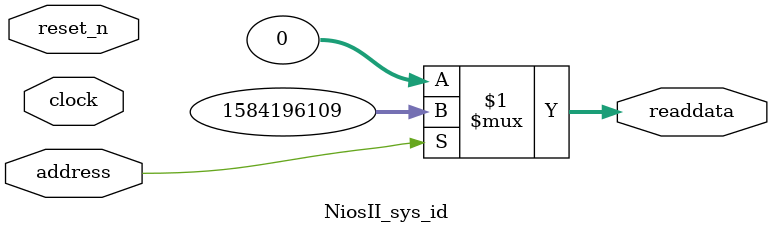
<source format=v>



// synthesis translate_off
`timescale 1ns / 1ps
// synthesis translate_on

// turn off superfluous verilog processor warnings 
// altera message_level Level1 
// altera message_off 10034 10035 10036 10037 10230 10240 10030 

module NiosII_sys_id (
               // inputs:
                address,
                clock,
                reset_n,

               // outputs:
                readdata
             )
;

  output  [ 31: 0] readdata;
  input            address;
  input            clock;
  input            reset_n;

  wire    [ 31: 0] readdata;
  //control_slave, which is an e_avalon_slave
  assign readdata = address ? 1584196109 : 0;

endmodule



</source>
